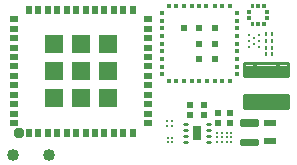
<source format=gbr>
G04 EAGLE Gerber RS-274X export*
G75*
%MOMM*%
%FSLAX34Y34*%
%LPD*%
%INSoldermask Top*%
%IPPOS*%
%AMOC8*
5,1,8,0,0,1.08239X$1,22.5*%
G01*
G04 Define Apertures*
%ADD10R,0.500000X0.500000*%
%ADD11R,0.800000X0.500000*%
%ADD12R,0.500000X0.800000*%
%ADD13R,1.600000X1.600000*%
%ADD14R,0.280000X0.430000*%
%ADD15C,0.280000*%
%ADD16C,0.708000*%
%ADD17C,0.250000*%
%ADD18C,0.958000*%
%ADD19C,0.240000*%
%ADD20C,0.240000*%
%ADD21R,1.000000X0.600000*%
%ADD22C,0.200000*%
%ADD23C,1.016000*%
%ADD24C,0.022500*%
%ADD25C,0.022950*%
%ADD26R,0.400000X0.300000*%
%ADD27R,0.300000X0.400000*%
%ADD28C,0.281800*%
%ADD29R,0.800000X1.200000*%
%ADD30R,0.250000X0.350000*%
D10*
X171800Y49500D03*
X171800Y40500D03*
D11*
X10867Y122000D03*
X10867Y114000D03*
X10867Y106000D03*
X10867Y98000D03*
X10867Y90000D03*
X10867Y82000D03*
X10867Y74000D03*
X10867Y66000D03*
X10867Y58000D03*
X10867Y50000D03*
X10867Y42000D03*
X10867Y34000D03*
D12*
X23367Y26000D03*
X31367Y26000D03*
X39367Y26000D03*
X47367Y26000D03*
X55367Y26000D03*
X63367Y26000D03*
X71367Y26000D03*
X79367Y26000D03*
X87367Y26000D03*
X95367Y26000D03*
X103367Y26000D03*
X111367Y26000D03*
D11*
X123867Y34000D03*
X123867Y42000D03*
X123867Y50000D03*
X123867Y58000D03*
X123867Y66000D03*
X123867Y74000D03*
X123867Y82000D03*
X123867Y90000D03*
X123867Y98000D03*
X123867Y106000D03*
X123867Y114000D03*
X123867Y122000D03*
D12*
X111367Y130000D03*
X103367Y130000D03*
X95367Y130000D03*
X87367Y130000D03*
X79367Y130000D03*
X71367Y130000D03*
X63367Y130000D03*
X55367Y130000D03*
X47367Y130000D03*
X39367Y130000D03*
X31367Y130000D03*
X23367Y130000D03*
D13*
X44367Y101000D03*
X67367Y101000D03*
X90367Y101000D03*
X44367Y78000D03*
X67367Y78000D03*
X90367Y78000D03*
X44367Y55000D03*
X67367Y55000D03*
X90367Y55000D03*
D14*
X229350Y103462D03*
X224250Y103462D03*
X229550Y109800D03*
X224450Y109800D03*
X229412Y98000D03*
X224312Y98000D03*
D15*
X243100Y57700D02*
X243100Y46500D01*
X205900Y46500D01*
X205900Y57700D01*
X243100Y57700D01*
X243100Y49160D02*
X205900Y49160D01*
X205900Y51820D02*
X243100Y51820D01*
X243100Y54480D02*
X205900Y54480D01*
X205900Y57140D02*
X243100Y57140D01*
D16*
X214500Y52100D03*
X234500Y52100D03*
D17*
X144500Y36000D03*
X144500Y32000D03*
X140500Y32000D03*
X140500Y36000D03*
D18*
X14700Y25800D03*
D15*
X205900Y74000D02*
X205900Y85200D01*
X243100Y85200D01*
X243100Y74000D01*
X205900Y74000D01*
X205900Y76660D02*
X243100Y76660D01*
X243100Y79320D02*
X205900Y79320D01*
X205900Y81980D02*
X243100Y81980D01*
X243100Y84640D02*
X205900Y84640D01*
D16*
X234500Y79600D03*
X214500Y79600D03*
D10*
X159800Y40500D03*
X159800Y49500D03*
D17*
X194700Y18000D03*
X190700Y18000D03*
X186700Y18000D03*
X182700Y18000D03*
X194700Y22000D03*
X190700Y22000D03*
X186700Y22000D03*
X182700Y22000D03*
X194700Y26000D03*
X190700Y26000D03*
X186700Y26000D03*
X182700Y26000D03*
D19*
X218150Y108500D03*
X218150Y103500D03*
X218150Y98500D03*
X213900Y106000D03*
X213900Y101000D03*
X209650Y108500D03*
X209650Y103500D03*
X209650Y98500D03*
D20*
X216585Y19850D02*
X216585Y16250D01*
X202867Y16250D01*
X202867Y19850D01*
X216585Y19850D01*
X216585Y18530D02*
X202867Y18530D01*
X216585Y32750D02*
X216585Y36350D01*
X216585Y32750D02*
X202867Y32750D01*
X202867Y36350D01*
X216585Y36350D01*
X216585Y35030D02*
X202867Y35030D01*
D21*
X227138Y33800D03*
X227138Y18800D03*
D10*
X193700Y43000D03*
X193700Y34000D03*
X183900Y43000D03*
X183900Y34000D03*
D22*
X140750Y18250D03*
X140750Y21750D03*
X144250Y21750D03*
X144250Y18250D03*
D23*
X10000Y7000D03*
X40500Y7000D03*
D24*
X223587Y122362D02*
X223587Y124638D01*
X226113Y124638D01*
X226113Y122362D01*
X223587Y122362D01*
X223587Y122576D02*
X226113Y122576D01*
X226113Y122790D02*
X223587Y122790D01*
X223587Y123004D02*
X226113Y123004D01*
X226113Y123218D02*
X223587Y123218D01*
X223587Y123432D02*
X226113Y123432D01*
X226113Y123646D02*
X223587Y123646D01*
X223587Y123860D02*
X226113Y123860D01*
X226113Y124074D02*
X223587Y124074D01*
X223587Y124288D02*
X226113Y124288D01*
X226113Y124502D02*
X223587Y124502D01*
X223587Y127362D02*
X223587Y129638D01*
X226113Y129638D01*
X226113Y127362D01*
X223587Y127362D01*
X223587Y127576D02*
X226113Y127576D01*
X226113Y127790D02*
X223587Y127790D01*
X223587Y128004D02*
X226113Y128004D01*
X226113Y128218D02*
X223587Y128218D01*
X223587Y128432D02*
X226113Y128432D01*
X226113Y128646D02*
X223587Y128646D01*
X223587Y128860D02*
X226113Y128860D01*
X226113Y129074D02*
X223587Y129074D01*
X223587Y129288D02*
X226113Y129288D01*
X226113Y129502D02*
X223587Y129502D01*
X221062Y132387D02*
X221062Y134913D01*
X223338Y134913D01*
X223338Y132387D01*
X221062Y132387D01*
X221062Y132601D02*
X223338Y132601D01*
X223338Y132815D02*
X221062Y132815D01*
X221062Y133029D02*
X223338Y133029D01*
X223338Y133243D02*
X221062Y133243D01*
X221062Y133457D02*
X223338Y133457D01*
X223338Y133671D02*
X221062Y133671D01*
X221062Y133885D02*
X223338Y133885D01*
X223338Y134099D02*
X221062Y134099D01*
X221062Y134313D02*
X223338Y134313D01*
X223338Y134527D02*
X221062Y134527D01*
X221062Y134741D02*
X223338Y134741D01*
X216062Y134913D02*
X216062Y132387D01*
X216062Y134913D02*
X218338Y134913D01*
X218338Y132387D01*
X216062Y132387D01*
X216062Y132601D02*
X218338Y132601D01*
X218338Y132815D02*
X216062Y132815D01*
X216062Y133029D02*
X218338Y133029D01*
X218338Y133243D02*
X216062Y133243D01*
X216062Y133457D02*
X218338Y133457D01*
X218338Y133671D02*
X216062Y133671D01*
X216062Y133885D02*
X218338Y133885D01*
X218338Y134099D02*
X216062Y134099D01*
X216062Y134313D02*
X218338Y134313D01*
X218338Y134527D02*
X216062Y134527D01*
X216062Y134741D02*
X218338Y134741D01*
X211062Y134913D02*
X211062Y132387D01*
X211062Y134913D02*
X213338Y134913D01*
X213338Y132387D01*
X211062Y132387D01*
X211062Y132601D02*
X213338Y132601D01*
X213338Y132815D02*
X211062Y132815D01*
X211062Y133029D02*
X213338Y133029D01*
X213338Y133243D02*
X211062Y133243D01*
X211062Y133457D02*
X213338Y133457D01*
X213338Y133671D02*
X211062Y133671D01*
X211062Y133885D02*
X213338Y133885D01*
X213338Y134099D02*
X211062Y134099D01*
X211062Y134313D02*
X213338Y134313D01*
X213338Y134527D02*
X211062Y134527D01*
X211062Y134741D02*
X213338Y134741D01*
X208287Y129638D02*
X208287Y127362D01*
X208287Y129638D02*
X210813Y129638D01*
X210813Y127362D01*
X208287Y127362D01*
X208287Y127576D02*
X210813Y127576D01*
X210813Y127790D02*
X208287Y127790D01*
X208287Y128004D02*
X210813Y128004D01*
X210813Y128218D02*
X208287Y128218D01*
X208287Y128432D02*
X210813Y128432D01*
X210813Y128646D02*
X208287Y128646D01*
X208287Y128860D02*
X210813Y128860D01*
X210813Y129074D02*
X208287Y129074D01*
X208287Y129288D02*
X210813Y129288D01*
X210813Y129502D02*
X208287Y129502D01*
X208287Y124638D02*
X208287Y122362D01*
X208287Y124638D02*
X210813Y124638D01*
X210813Y122362D01*
X208287Y122362D01*
X208287Y122576D02*
X210813Y122576D01*
X210813Y122790D02*
X208287Y122790D01*
X208287Y123004D02*
X210813Y123004D01*
X210813Y123218D02*
X208287Y123218D01*
X208287Y123432D02*
X210813Y123432D01*
X210813Y123646D02*
X208287Y123646D01*
X208287Y123860D02*
X210813Y123860D01*
X210813Y124074D02*
X208287Y124074D01*
X208287Y124288D02*
X210813Y124288D01*
X210813Y124502D02*
X208287Y124502D01*
X211062Y119613D02*
X211062Y117087D01*
X211062Y119613D02*
X213338Y119613D01*
X213338Y117087D01*
X211062Y117087D01*
X211062Y117301D02*
X213338Y117301D01*
X213338Y117515D02*
X211062Y117515D01*
X211062Y117729D02*
X213338Y117729D01*
X213338Y117943D02*
X211062Y117943D01*
X211062Y118157D02*
X213338Y118157D01*
X213338Y118371D02*
X211062Y118371D01*
X211062Y118585D02*
X213338Y118585D01*
X213338Y118799D02*
X211062Y118799D01*
X211062Y119013D02*
X213338Y119013D01*
X213338Y119227D02*
X211062Y119227D01*
X211062Y119441D02*
X213338Y119441D01*
X216062Y119613D02*
X216062Y117087D01*
X216062Y119613D02*
X218338Y119613D01*
X218338Y117087D01*
X216062Y117087D01*
X216062Y117301D02*
X218338Y117301D01*
X218338Y117515D02*
X216062Y117515D01*
X216062Y117729D02*
X218338Y117729D01*
X218338Y117943D02*
X216062Y117943D01*
X216062Y118157D02*
X218338Y118157D01*
X218338Y118371D02*
X216062Y118371D01*
X216062Y118585D02*
X218338Y118585D01*
X218338Y118799D02*
X216062Y118799D01*
X216062Y119013D02*
X218338Y119013D01*
X218338Y119227D02*
X216062Y119227D01*
X216062Y119441D02*
X218338Y119441D01*
D25*
X221040Y119610D02*
X221040Y117090D01*
X221040Y119610D02*
X223360Y119610D01*
X223360Y117090D01*
X221040Y117090D01*
X221040Y117308D02*
X223360Y117308D01*
X223360Y117526D02*
X221040Y117526D01*
X221040Y117744D02*
X223360Y117744D01*
X223360Y117962D02*
X221040Y117962D01*
X221040Y118180D02*
X223360Y118180D01*
X223360Y118398D02*
X221040Y118398D01*
X221040Y118616D02*
X223360Y118616D01*
X223360Y118834D02*
X221040Y118834D01*
X221040Y119052D02*
X223360Y119052D01*
X223360Y119270D02*
X221040Y119270D01*
X221040Y119488D02*
X223360Y119488D01*
D26*
X199200Y75400D03*
X199200Y81900D03*
X199200Y88400D03*
X199200Y94900D03*
X199200Y101400D03*
X199200Y107900D03*
X199200Y114400D03*
X199200Y120900D03*
X199200Y127400D03*
D27*
X193700Y132900D03*
X187200Y132900D03*
X180700Y132900D03*
X173700Y132900D03*
X167700Y132900D03*
X161200Y132900D03*
X154700Y132900D03*
X148200Y132900D03*
X141700Y132900D03*
D26*
X136200Y127400D03*
X136200Y120900D03*
X136200Y114400D03*
X136200Y107900D03*
X136200Y101400D03*
X136200Y94900D03*
X136200Y88400D03*
X136200Y81900D03*
X136200Y75400D03*
D27*
X141700Y69900D03*
X148200Y69900D03*
X154700Y69900D03*
X161200Y69900D03*
X167700Y69900D03*
X174200Y69900D03*
X180700Y69900D03*
X186700Y69900D03*
X193700Y69900D03*
D10*
X167700Y101400D03*
X167700Y88400D03*
X180700Y88400D03*
X180700Y101400D03*
X180700Y114400D03*
X167700Y114400D03*
X154700Y114400D03*
D28*
X154750Y32900D02*
X157550Y32900D01*
X157550Y27900D02*
X154750Y27900D01*
X154750Y22900D02*
X157550Y22900D01*
X157550Y17900D02*
X154750Y17900D01*
X174250Y17900D02*
X177050Y17900D01*
X177050Y22900D02*
X174250Y22900D01*
X174250Y27900D02*
X177050Y27900D01*
X177050Y32900D02*
X174250Y32900D01*
D29*
X165900Y25400D03*
D30*
X224524Y92438D03*
X229524Y92438D03*
M02*

</source>
